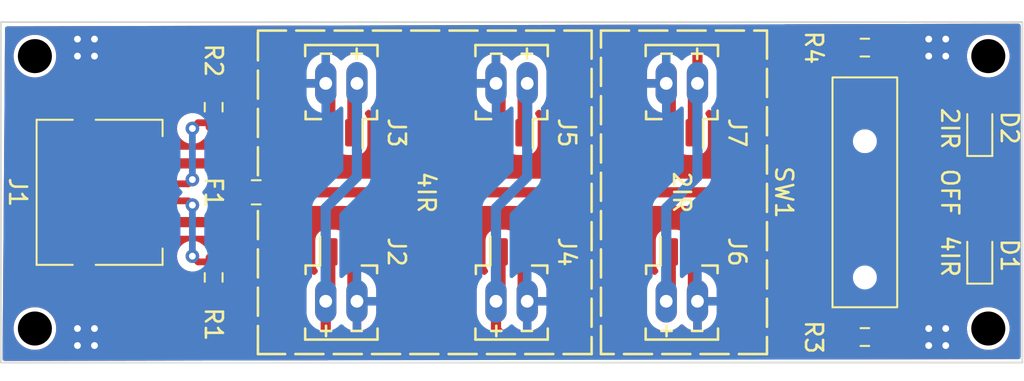
<source format=kicad_pcb>
(kicad_pcb (version 20240108) (generator "pcbnew") (generator_version "8.0")
  (layers (0 "F.Cu" signal) (31 "B.Cu" signal) (34 "B.Paste" user) (35 "F.Paste" user) (36 "B.SilkS" user "B.Silkscreen") (37 "F.SilkS" user "F.Silkscreen") (38 "B.Mask" user) (39 "F.Mask" user) (44 "Edge.Cuts" user))
  (net 0 "")
  (net 1 "GND")
  (net 2 "/CC1")
  (net 3 "/CC2")
  (net 4 "/VBUS")
  (net 5 "Power_postSwitch-4IR")
  (net 6 "/Power_postFuse")
  (net 7 "Power_postSwitch-2IR")
  (net 8 "Net-(D1-A)")
  (net 9 "Net-(D2-A)")
  (net 10 "unconnected-(SW1-Pad2)")
  (footprint "sensorstrip:Molex_Picoblade_53261-0271-Hybrid" (layer "F.Cu") (at 140 56.5)
    (property "Reference" "J7" (at 3.25 0 -90) (layer "F.SilkS"))
    (property "Value" "Conn_01x02_MountingPin")
    (fp_line (start -2.125 -4.5) (end -2.125 -5.15) (stroke (width 0.15)) (layer "F.SilkS"))
    (fp_line (start -2.1 -1.25) (end -2.1 -0.8) (stroke (width 0.15)) (layer "F.SilkS"))
    (fp_line (start -2.1 -0.8) (end -1.2 -0.8) (stroke (width 0.15)) (layer "F.SilkS"))
    (fp_line (start 1.25 -0.8) (end 1.25 0.9) (stroke (width 0.15)) (layer "F.SilkS"))
    (fp_line (start 2.1 -1.3) (end 2.1 -0.8) (stroke (width 0.15)) (layer "F.SilkS"))
    (fp_line (start 2.1 -0.8) (end 1.25 -0.8) (stroke (width 0.15)) (layer "F.SilkS"))
    (fp_line (start 2.125 -5.15) (end -2.125 -5.15) (stroke (width 0.15)) (layer "F.SilkS"))
    (fp_line (start 2.125 -4.5) (end 2.125 -5.15) (stroke (width 0.15)) (layer "F.SilkS"))
    (pad "1" smd custom (at 0.625 0) (size 0.8 0.8) (layers "F.Cu") (net 7 "Power_postSwitch-2IR") (options (clearance outline) (anchor circle)) (primitives (gr_poly (pts (xy -0.4 -0.68) (xy -0.390866 -0.725922) (xy -0.364853 -0.764853) (xy -0.325922 -0.790866) (xy -0.28 -0.8) (xy 0.28 -0.8) (xy 0.325922 -0.790866) (xy 0.364853 -0.764853) (xy 0.390866 -0.725922) (xy 0.4 -0.68) (xy 0.4 0.68) (xy 0.390866 0.725922) (xy 0.364853 0.764853) (xy 0.325922 0.790866) (xy 0.28 0.8) (xy -0.28 0.8) (xy -0.325922 0.790866) (xy -0.364853 0.764853) (xy -0.390866 0.725922) (xy -0.4 0.68)) (width 0) (fill yes)) (gr_poly (pts (xy -0.225 -0.75) (xy -0.225 -2) (xy 0.775 -2) (xy 0.175 -1.4) (xy 0.175 -0.75)) (width 0.1) (fill yes))))
    (pad "1" smd roundrect (at 0.625 0) (size 0.8 1.6) (layers "F.Cu" "F.Paste" "F.Mask") (roundrect_rratio 0.15) (net 7 "Power_postSwitch-2IR"))
    (pad "1" thru_hole oval (at 0.917 -2.9) (size 1.25 2.5) (drill 0.75) (layers "*.Cu" "*.Mask") (net 7 "Power_postSwitch-2IR"))
    (pad "2" thru_hole oval (at -0.917 -2.9) (size 1.25 2.5) (drill 0.75) (layers "*.Cu" "*.Mask") (net 1 "GND"))
    (pad "2" smd custom (at -0.625 0) (size 0.8 0.8) (layers "F.Cu") (net 1 "GND") (options (clearance outline) (anchor circle)) (primitives (gr_poly (pts (xy -0.4 -0.68) (xy -0.390866 -0.725922) (xy -0.364853 -0.764853) (xy -0.325922 -0.790866) (xy -0.28 -0.8) (xy 0.28 -0.8) (xy 0.325922 -0.790866) (xy 0.364853 -0.764853) (xy 0.390866 -0.725922) (xy 0.4 -0.68) (xy 0.4 0.68) (xy 0.390866 0.725922) (xy 0.364853 0.764853) (xy 0.325922 0.790866) (xy 0.28 0.8) (xy -0.28 0.8) (xy -0.325922 0.790866) (xy -0.364853 0.764853) (xy -0.390866 0.725922) (xy -0.4 0.68)) (width 0) (fill yes)) (gr_line (start 0.025 0) (end 0.225 0) (width 0.1)) (gr_poly (pts (xy 0.225 -0.75) (xy 0.225 -2) (xy -0.775 -2) (xy -0.175 -1.4) (xy -0.175 -0.75)) (width 0.1) (fill yes))))
    (pad "2" smd roundrect (at -0.625 0) (size 0.8 1.6) (layers "F.Cu" "F.Paste" "F.Mask") (roundrect_rratio 0.15) (net 1 "GND"))
    (pad "MP" smd roundrect (at -3.175 -2.9) (size 2.1 3) (layers "F.Cu" "F.Paste" "F.Mask") (roundrect_rratio 0.12) (net 1 "GND"))
    (pad "MP" smd roundrect (at 3.175 -2.9) (size 2.1 3) (layers "F.Cu" "F.Paste" "F.Mask") (roundrect_rratio 0.12) (net 1 "GND"))
  )
  (footprint "sensorstrip:Molex_Picoblade_53261-0271-Hybrid" (layer "F.Cu") (at 140 63.5 180)
    (property "Reference" "J6" (at -3.25 0 -90) (layer "F.SilkS"))
    (property "Value" "Conn_01x02_MountingPin")
    (fp_line (start 2.125 -4.5) (end 2.125 -5.15) (stroke (width 0.15)) (layer "F.SilkS"))
    (fp_line (start 2.125 -5.15) (end -2.125 -5.15) (stroke (width 0.15)) (layer "F.SilkS"))
    (fp_line (start 2.1 -0.8) (end 1.25 -0.8) (stroke (width 0.15)) (layer "F.SilkS"))
    (fp_line (start 2.1 -1.3) (end 2.1 -0.8) (stroke (width 0.15)) (layer "F.SilkS"))
    (fp_line (start 1.25 -0.8) (end 1.25 0.9) (stroke (width 0.15)) (layer "F.SilkS"))
    (fp_line (start -2.1 -0.8) (end -1.2 -0.8) (stroke (width 0.15)) (layer "F.SilkS"))
    (fp_line (start -2.1 -1.25) (end -2.1 -0.8) (stroke (width 0.15)) (layer "F.SilkS"))
    (fp_line (start -2.125 -4.5) (end -2.125 -5.15) (stroke (width 0.15)) (layer "F.SilkS"))
    (pad "1" smd custom (at 0.625 0 180) (size 0.8 0.8) (layers "F.Cu") (net 7 "Power_postSwitch-2IR") (options (clearance outline) (anchor circle)) (primitives (gr_poly (pts (xy -0.4 -0.68) (xy -0.390866 -0.725922) (xy -0.364853 -0.764853) (xy -0.325922 -0.790866) (xy -0.28 -0.8) (xy 0.28 -0.8) (xy 0.325922 -0.790866) (xy 0.364853 -0.764853) (xy 0.390866 -0.725922) (xy 0.4 -0.68) (xy 0.4 0.68) (xy 0.390866 0.725922) (xy 0.364853 0.764853) (xy 0.325922 0.790866) (xy 0.28 0.8) (xy -0.28 0.8) (xy -0.325922 0.790866) (xy -0.364853 0.764853) (xy -0.390866 0.725922) (xy -0.4 0.68)) (width 0) (fill yes)) (gr_poly (pts (xy -0.225 -0.75) (xy -0.225 -2) (xy 0.775 -2) (xy 0.175 -1.4) (xy 0.175 -0.75)) (width 0.1) (fill yes))))
    (pad "1" smd roundrect (at 0.625 0 180) (size 0.8 1.6) (layers "F.Cu" "F.Paste" "F.Mask") (roundrect_rratio 0.15) (net 7 "Power_postSwitch-2IR"))
    (pad "1" thru_hole oval (at 0.917 -2.9 180) (size 1.25 2.5) (drill 0.75) (layers "*.Cu" "*.Mask") (net 7 "Power_postSwitch-2IR"))
    (pad "2" thru_hole oval (at -0.917 -2.9 180) (size 1.25 2.5) (drill 0.75) (layers "*.Cu" "*.Mask") (net 1 "GND"))
    (pad "2" smd custom (at -0.625 0 180) (size 0.8 0.8) (layers "F.Cu") (net 1 "GND") (options (clearance outline) (anchor circle)) (primitives (gr_poly (pts (xy -0.4 -0.68) (xy -0.390866 -0.725922) (xy -0.364853 -0.764853) (xy -0.325922 -0.790866) (xy -0.28 -0.8) (xy 0.28 -0.8) (xy 0.325922 -0.790866) (xy 0.364853 -0.764853) (xy 0.390866 -0.725922) (xy 0.4 -0.68) (xy 0.4 0.68) (xy 0.390866 0.725922) (xy 0.364853 0.764853) (xy 0.325922 0.790866) (xy 0.28 0.8) (xy -0.28 0.8) (xy -0.325922 0.790866) (xy -0.364853 0.764853) (xy -0.390866 0.725922) (xy -0.4 0.68)) (width 0) (fill yes)) (gr_line (start 0.025 0) (end 0.225 0) (width 0.1)) (gr_poly (pts (xy 0.225 -0.75) (xy 0.225 -2) (xy -0.775 -2) (xy -0.175 -1.4) (xy -0.175 -0.75)) (width 0.1) (fill yes))))
    (pad "2" smd roundrect (at -0.625 0 180) (size 0.8 1.6) (layers "F.Cu" "F.Paste" "F.Mask") (roundrect_rratio 0.15) (net 1 "GND"))
    (pad "MP" smd roundrect (at -3.175 -2.9 180) (size 2.1 3) (layers "F.Cu" "F.Paste" "F.Mask") (roundrect_rratio 0.12) (net 1 "GND"))
    (pad "MP" smd roundrect (at 3.175 -2.9 180) (size 2.1 3) (layers "F.Cu" "F.Paste" "F.Mask") (roundrect_rratio 0.12) (net 1 "GND"))
  )
  (footprint "sensorstrip:Molex_Picoblade_53261-0271-Hybrid" (layer "F.Cu") (at 120 56.5)
    (property "Reference" "J3" (at 3.25 0 -90) (layer "F.SilkS"))
    (property "Value" "Conn_01x02_MountingPin")
    (fp_line (start -2.125 -4.5) (end -2.125 -5.15) (stroke (width 0.15)) (layer "F.SilkS"))
    (fp_line (start -2.1 -1.25) (end -2.1 -0.8) (stroke (width 0.15)) (layer "F.SilkS"))
    (fp_line (start -2.1 -0.8) (end -1.2 -0.8) (stroke (width 0.15)) (layer "F.SilkS"))
    (fp_line (start 1.25 -0.8) (end 1.25 0.9) (stroke (width 0.15)) (layer "F.SilkS"))
    (fp_line (start 2.1 -1.3) (end 2.1 -0.8) (stroke (width 0.15)) (layer "F.SilkS"))
    (fp_line (start 2.1 -0.8) (end 1.25 -0.8) (stroke (width 0.15)) (layer "F.SilkS"))
    (fp_line (start 2.125 -5.15) (end -2.125 -5.15) (stroke (width 0.15)) (layer "F.SilkS"))
    (fp_line (start 2.125 -4.5) (end 2.125 -5.15) (stroke (width 0.15)) (layer "F.SilkS"))
    (pad "1" smd custom (at 0.625 0) (size 0.8 0.8) (layers "F.Cu") (net 5 "Power_postSwitch-4IR") (options (clearance outline) (anchor circle)) (primitives (gr_poly (pts (xy -0.4 -0.68) (xy -0.390866 -0.725922) (xy -0.364853 -0.764853) (xy -0.325922 -0.790866) (xy -0.28 -0.8) (xy 0.28 -0.8) (xy 0.325922 -0.790866) (xy 0.364853 -0.764853) (xy 0.390866 -0.725922) (xy 0.4 -0.68) (xy 0.4 0.68) (xy 0.390866 0.725922) (xy 0.364853 0.764853) (xy 0.325922 0.790866) (xy 0.28 0.8) (xy -0.28 0.8) (xy -0.325922 0.790866) (xy -0.364853 0.764853) (xy -0.390866 0.725922) (xy -0.4 0.68)) (width 0) (fill yes)) (gr_poly (pts (xy -0.225 -0.75) (xy -0.225 -2) (xy 0.775 -2) (xy 0.175 -1.4) (xy 0.175 -0.75)) (width 0.1) (fill yes))))
    (pad "1" smd roundrect (at 0.625 0) (size 0.8 1.6) (layers "F.Cu" "F.Paste" "F.Mask") (roundrect_rratio 0.15) (net 5 "Power_postSwitch-4IR"))
    (pad "1" thru_hole oval (at 0.917 -2.9) (size 1.25 2.5) (drill 0.75) (layers "*.Cu" "*.Mask") (net 5 "Power_postSwitch-4IR"))
    (pad "2" thru_hole oval (at -0.917 -2.9) (size 1.25 2.5) (drill 0.75) (layers "*.Cu" "*.Mask") (net 1 "GND"))
    (pad "2" smd custom (at -0.625 0) (size 0.8 0.8) (layers "F.Cu") (net 1 "GND") (options (clearance outline) (anchor circle)) (primitives (gr_poly (pts (xy -0.4 -0.68) (xy -0.390866 -0.725922) (xy -0.364853 -0.764853) (xy -0.325922 -0.790866) (xy -0.28 -0.8) (xy 0.28 -0.8) (xy 0.325922 -0.790866) (xy 0.364853 -0.764853) (xy 0.390866 -0.725922) (xy 0.4 -0.68) (xy 0.4 0.68) (xy 0.390866 0.725922) (xy 0.364853 0.764853) (xy 0.325922 0.790866) (xy 0.28 0.8) (xy -0.28 0.8) (xy -0.325922 0.790866) (xy -0.364853 0.764853) (xy -0.390866 0.725922) (xy -0.4 0.68)) (width 0) (fill yes)) (gr_line (start 0.025 0) (end 0.225 0) (width 0.1)) (gr_poly (pts (xy 0.225 -0.75) (xy 0.225 -2) (xy -0.775 -2) (xy -0.175 -1.4) (xy -0.175 -0.75)) (width 0.1) (fill yes))))
    (pad "2" smd roundrect (at -0.625 0) (size 0.8 1.6) (layers "F.Cu" "F.Paste" "F.Mask") (roundrect_rratio 0.15) (net 1 "GND"))
    (pad "MP" smd roundrect (at -3.175 -2.9) (size 2.1 3) (layers "F.Cu" "F.Paste" "F.Mask") (roundrect_rratio 0.12) (net 1 "GND"))
    (pad "MP" smd roundrect (at 3.175 -2.9) (size 2.1 3) (layers "F.Cu" "F.Paste" "F.Mask") (roundrect_rratio 0.12) (net 1 "GND"))
  )
  (footprint "Fuse:Fuse_0805_2012Metric_Pad1.15x1.40mm_HandSolder" (layer "F.Cu") (at 115 60)
    (property "Reference" "F1" (at -2.5 0 -90) (layer "F.SilkS"))
    (property "Value" "Polyfuse")
    (fp_line (start -0.261252 -0.71) (end 0.261252 -0.71) (stroke (width 0.12)) (layer "F.SilkS"))
    (fp_line (start -0.261252 0.71) (end 0.261252 0.71) (stroke (width 0.12)) (layer "F.SilkS"))
    (pad "1" smd roundrect (at -1.025 0) (size 1.15 1.4) (layers "F.Cu" "F.Paste" "F.Mask") (roundrect_rratio 0.2173913043) (net 4 "/VBUS"))
    (pad "2" smd roundrect (at 1.025 0) (size 1.15 1.4) (layers "F.Cu" "F.Paste" "F.Mask") (roundrect_rratio 0.2173913043) (net 6 "/Power_postFuse"))
  )
  (footprint "sensorstrip:K3-2336S-F1" (layer "F.Cu") (at 150.75 60 90)
    (property "Reference" "SW1" (at 0 -4.75 -90) (layer "F.SilkS"))
    (property "Value" "SW_DP3T")
    (fp_rect (start -6.75 -1.9) (end 6.75 1.9) (stroke (width 0.12)) (fill none) (layer "F.SilkS"))
    (pad "" np_thru_hole circle (at -5 0 180) (size 0.9 0.9) (drill 0.9) (layers "F&B.Cu" "*.Mask"))
    (pad "" np_thru_hole circle (at 3 0 180) (size 0.9 0.9) (drill 0.9) (layers "F&B.Cu" "*.Mask"))
    (pad "1" smd roundrect (at 4 -2.875) (size 1.75 1.2) (layers "F.Cu" "F.Paste" "F.Mask") (net 7 "Power_postSwitch-2IR"))
    (pad "2" smd roundrect (at 2 -2.875) (size 1.75 1.2) (layers "F.Cu" "F.Paste" "F.Mask") (net 10 "unconnected-(SW1-Pad2)"))
    (pad "3" smd roundrect (at -2 -2.875 180) (size 1.75 1.2) (layers "F.Cu" "F.Paste" "F.Mask") (net 6 "/Power_postFuse"))
    (pad "4" smd roundrect (at -4 -2.875 180) (size 1.75 1.2) (layers "F.Cu" "F.Paste" "F.Mask") (net 5 "Power_postSwitch-4IR"))
    (pad "5" smd roundrect (at 4 2.875) (size 1.75 1.2) (layers "F.Cu" "F.Paste" "F.Mask") (net 7 "Power_postSwitch-2IR"))
    (pad "6" smd roundrect (at 2 2.875) (size 1.75 1.2) (layers "F.Cu" "F.Paste" "F.Mask") (net 10 "unconnected-(SW1-Pad2)"))
    (pad "7" smd roundrect (at -2 2.875 180) (size 1.75 1.2) (layers "F.Cu" "F.Paste" "F.Mask") (net 6 "/Power_postFuse"))
    (pad "8" smd roundrect (at -4 2.875 180) (size 1.75 1.2) (layers "F.Cu" "F.Paste" "F.Mask") (net 5 "Power_postSwitch-4IR"))
  )
  (footprint "Resistor_SMD:R_0603_1608Metric_Pad0.98x0.95mm_HandSolder" (layer "F.Cu") (at 112.5 65 90)
    (property "Reference" "R1" (at -2.75 0 -90) (layer "F.SilkS"))
    (property "Value" "5.1K")
    (fp_line (start -0.254724 -0.5225) (end 0.254724 -0.5225) (stroke (width 0.12)) (layer "F.SilkS"))
    (fp_line (start -0.254724 0.5225) (end 0.254724 0.5225) (stroke (width 0.12)) (layer "F.SilkS"))
    (pad "1" smd roundrect (at -0.9125 0 90) (size 0.975 0.95) (layers "F.Cu" "F.Paste" "F.Mask") (net 1 "GND"))
    (pad "2" smd roundrect (at 0.9125 0 90) (size 0.975 0.95) (layers "F.Cu" "F.Paste" "F.Mask") (net 3 "/CC2"))
  )
  (footprint "LED_SMD:LED_0603_1608Metric_Pad1.05x0.95mm_HandSolder" (layer "F.Cu") (at 157.5 63.705 90)
    (property "Reference" "D1" (at 0 1.75 270) (layer "F.SilkS"))
    (property "Value" "LED")
    (fp_line (start 0.8 -0.735) (end -1.66 -0.735) (stroke (width 0.12)) (layer "F.SilkS"))
    (fp_line (start -1.66 -0.735) (end -1.66 0.735) (stroke (width 0.12)) (layer "F.SilkS"))
    (fp_line (start -1.66 0.735) (end 0.8 0.735) (stroke (width 0.12)) (layer "F.SilkS"))
    (pad "1" smd roundrect (at -0.875 0 90) (size 1.05 0.95) (layers "F.Cu" "F.Paste" "F.Mask") (net 1 "GND"))
    (pad "2" smd roundrect (at 0.875 0 90) (size 1.05 0.95) (layers "F.Cu" "F.Paste" "F.Mask") (net 8 "Net-(D1-A)"))
  )
  (footprint "sensorstrip:Molex_Picoblade_53261-0271-Hybrid" (layer "F.Cu") (at 120 63.5 180)
    (property "Reference" "J2" (at -3.25 0 -90) (layer "F.SilkS"))
    (property "Value" "Conn_01x02_MountingPin")
    (fp_line (start 2.125 -4.5) (end 2.125 -5.15) (stroke (width 0.15)) (layer "F.SilkS"))
    (fp_line (start 2.125 -5.15) (end -2.125 -5.15) (stroke (width 0.15)) (layer "F.SilkS"))
    (fp_line (start 2.1 -0.8) (end 1.25 -0.8) (stroke (width 0.15)) (layer "F.SilkS"))
    (fp_line (start 2.1 -1.3) (end 2.1 -0.8) (stroke (width 0.15)) (layer "F.SilkS"))
    (fp_line (start 1.25 -0.8) (end 1.25 0.9) (stroke (width 0.15)) (layer "F.SilkS"))
    (fp_line (start -2.1 -0.8) (end -1.2 -0.8) (stroke (width 0.15)) (layer "F.SilkS"))
    (fp_line (start -2.1 -1.25) (end -2.1 -0.8) (stroke (width 0.15)) (layer "F.SilkS"))
    (fp_line (start -2.125 -4.5) (end -2.125 -5.15) (stroke (width 0.15)) (layer "F.SilkS"))
    (pad "1" smd custom (at 0.625 0 180) (size 0.8 0.8) (layers "F.Cu") (net 5 "Power_postSwitch-4IR") (options (clearance outline) (anchor circle)) (primitives (gr_poly (pts (xy -0.4 -0.68) (xy -0.390866 -0.725922) (xy -0.364853 -0.764853) (xy -0.325922 -0.790866) (xy -0.28 -0.8) (xy 0.28 -0.8) (xy 0.325922 -0.790866) (xy 0.364853 -0.764853) (xy 0.390866 -0.725922) (xy 0.4 -0.68) (xy 0.4 0.68) (xy 0.390866 0.725922) (xy 0.364853 0.764853) (xy 0.325922 0.790866) (xy 0.28 0.8) (xy -0.28 0.8) (xy -0.325922 0.790866) (xy -0.364853 0.764853) (xy -0.390866 0.725922) (xy -0.4 0.68)) (width 0) (fill yes)) (gr_poly (pts (xy -0.225 -0.75) (xy -0.225 -2) (xy 0.775 -2) (xy 0.175 -1.4) (xy 0.175 -0.75)) (width 0.1) (fill yes))))
    (pad "1" smd roundrect (at 0.625 0 180) (size 0.8 1.6) (layers "F.Cu" "F.Paste" "F.Mask") (roundrect_rratio 0.15) (net 5 "Power_postSwitch-4IR"))
    (pad "1" thru_hole oval (at 0.917 -2.9 180) (size 1.25 2.5) (drill 0.75) (layers "*.Cu" "*.Mask") (net 5 "Power_postSwitch-4IR"))
    (pad "2" thru_hole oval (at -0.917 -2.9 180) (size 1.25 2.5) (drill 0.75) (layers "*.Cu" "*.Mask") (net 1 "GND"))
    (pad "2" smd custom (at -0.625 0 180) (size 0.8 0.8) (layers "F.Cu") (net 1 "GND") (options (clearance outline) (anchor circle)) (primitives (gr_poly (pts (xy -0.4 -0.68) (xy -0.390866 -0.725922) (xy -0.364853 -0.764853) (xy -0.325922 -0.790866) (xy -0.28 -0.8) (xy 0.28 -0.8) (xy 0.325922 -0.790866) (xy 0.364853 -0.764853) (xy 0.390866 -0.725922) (xy 0.4 -0.68) (xy 0.4 0.68) (xy 0.390866 0.725922) (xy 0.364853 0.764853) (xy 0.325922 0.790866) (xy 0.28 0.8) (xy -0.28 0.8) (xy -0.325922 0.790866) (xy -0.364853 0.764853) (xy -0.390866 0.725922) (xy -0.4 0.68)) (width 0) (fill yes)) (gr_line (start 0.025 0) (end 0.225 0) (width 0.1)) (gr_poly (pts (xy 0.225 -0.75) (xy 0.225 -2) (xy -0.775 -2) (xy -0.175 -1.4) (xy -0.175 -0.75)) (width 0.1) (fill yes))))
    (pad "2" smd roundrect (at -0.625 0 180) (size 0.8 1.6) (layers "F.Cu" "F.Paste" "F.Mask") (roundrect_rratio 0.15) (net 1 "GND"))
    (pad "MP" smd roundrect (at -3.175 -2.9 180) (size 2.1 3) (layers "F.Cu" "F.Paste" "F.Mask") (roundrect_rratio 0.12) (net 1 "GND"))
    (pad "MP" smd roundrect (at 3.175 -2.9 180) (size 2.1 3) (layers "F.Cu" "F.Paste" "F.Mask") (roundrect_rratio 0.12) (net 1 "GND"))
  )
  (footprint "LED_SMD:LED_0603_1608Metric_Pad1.05x0.95mm_HandSolder" (layer "F.Cu") (at 157.5 56.205 90)
    (property "Reference" "D2" (at 0 1.75 270) (layer "F.SilkS"))
    (property "Value" "LED")
    (fp_line (start 0.8 -0.735) (end -1.66 -0.735) (stroke (width 0.12)) (layer "F.SilkS"))
    (fp_line (start -1.66 -0.735) (end -1.66 0.735) (stroke (width 0.12)) (layer "F.SilkS"))
    (fp_line (start -1.66 0.735) (end 0.8 0.735) (stroke (width 0.12)) (layer "F.SilkS"))
    (pad "1" smd roundrect (at -0.875 0 90) (size 1.05 0.95) (layers "F.Cu" "F.Paste" "F.Mask") (net 1 "GND"))
    (pad "2" smd roundrect (at 0.875 0 90) (size 1.05 0.95) (layers "F.Cu" "F.Paste" "F.Mask") (net 9 "Net-(D2-A)"))
  )
  (footprint "Resistor_SMD:R_0603_1608Metric_Pad0.98x0.95mm_HandSolder" (layer "F.Cu") (at 150.75 68.5 180)
    (property "Reference" "R3" (at 3 0 -90) (layer "F.SilkS"))
    (property "Value" "1K")
    (fp_line (start -0.254724 0.5225) (end 0.254724 0.5225) (stroke (width 0.12)) (layer "F.SilkS"))
    (fp_line (start -0.254724 -0.5225) (end 0.254724 -0.5225) (stroke (width 0.12)) (layer "F.SilkS"))
    (pad "1" smd roundrect (at -0.9125 0 180) (size 0.975 0.95) (layers "F.Cu" "F.Paste" "F.Mask") (net 8 "Net-(D1-A)"))
    (pad "2" smd roundrect (at 0.9125 0 180) (size 0.975 0.95) (layers "F.Cu" "F.Paste" "F.Mask") (net 5 "Power_postSwitch-4IR"))
  )
  (footprint "sensorstrip:MountingHole-2mm-NPTH" (layer "F.Cu") (at 158 68)
    (property "Reference" "REF**" (hide yes))
    (property "Value" "MountingHole-2mm-NPTH" (hide yes))
    (pad "" np_thru_hole circle (at 0 0) (size 3 3) (drill 2) (layers "*.Mask"))
  )
  (footprint "sensorstrip:MountingHole-2mm-NPTH" (layer "F.Cu") (at 158 52)
    (property "Reference" "REF**" (hide yes))
    (property "Value" "MountingHole-2mm-NPTH" (hide yes))
    (pad "" np_thru_hole circle (at 0 0) (size 3 3) (drill 2) (layers "*.Mask"))
  )
  (footprint "sensorstrip:DEALON USB Type-C 6Pin" (layer "F.Cu") (at 109 60 -90)
    (property "Reference" "J1" (at 0 8 -90) (layer "F.SilkS"))
    (property "Value" "USB_C_Receptacle_PowerOnly")
    (fp_line (start -4.26 6.9) (end 4.26 6.9) (stroke (width 0.12)) (layer "F.SilkS"))
    (fp_line (start -4.26 4.78) (end -4.26 6.9) (stroke (width 0.12)) (layer "F.SilkS"))
    (fp_line (start 4.26 4.78) (end 4.26 6.9) (stroke (width 0.12)) (layer "F.SilkS"))
    (fp_line (start 4.26 3.43) (end 4.26 -0.5) (stroke (width 0.12)) (layer "F.SilkS"))
    (fp_line (start -4.26 -0.5) (end -4.26 3.43) (stroke (width 0.12)) (layer "F.SilkS"))
    (fp_line (start -3.3 -0.5) (end -4.25 -0.5) (stroke (width 0.12)) (layer "F.SilkS"))
    (fp_line (start 4.26 -0.5) (end 3.3 -0.5) (stroke (width 0.12)) (layer "F.SilkS"))
    (pad "A5" smd rect (at -0.5 0 270) (size 0.7 1) (layers "F.Cu" "F.Paste" "F.Mask") (net 2 "/CC1"))
    (pad "A9" smd rect (at 1.52 0 270) (size 0.8 1) (layers "F.Cu" "F.Paste" "F.Mask") (net 4 "/VBUS"))
    (pad "A12" smd rect (at 2.75 0 270) (size 0.9 1) (layers "F.Cu" "F.Paste" "F.Mask") (net 1 "GND"))
    (pad "B5" smd rect (at 0.5 0 270) (size 0.7 1) (layers "F.Cu" "F.Paste" "F.Mask") (net 3 "/CC2"))
    (pad "B9" smd rect (at -1.52 0 270) (size 0.8 1) (layers "F.Cu" "F.Paste" "F.Mask") (net 4 "/VBUS"))
    (pad "B12" smd rect (at -2.75 0 270) (size 0.9 1) (layers "F.Cu" "F.Paste" "F.Mask") (net 1 "GND"))
    (pad "S1" smd rect (at -5.42 4.1 270) (size 2.4 1.2) (layers "F.Cu" "F.Paste" "F.Mask") (net 1 "GND"))
    (pad "S1" smd rect (at -5.32 0.5 270) (size 2 1) (layers "F.Cu" "F.Paste" "F.Mask") (net 1 "GND"))
    (pad "S1" smd rect (at 5.32 0.5 270) (size 2 1) (layers "F.Cu" "F.Paste" "F.Mask") (net 1 "GND"))
    (pad "S1" smd rect (at 5.42 4.1 270) (size 2.4 1.2) (layers "F.Cu" "F.Paste" "F.Mask") (net 1 "GND"))
  )
  (footprint "Resistor_SMD:R_0603_1608Metric_Pad0.98x0.95mm_HandSolder" (layer "F.Cu") (at 112.5 55 -90)
    (property "Reference" "R2" (at -2.75 0 -90) (layer "F.SilkS"))
    (property "Value" "5.1K")
    (fp_line (start -0.254724 0.5225) (end 0.254724 0.5225) (stroke (width 0.12)) (layer "F.SilkS"))
    (fp_line (start -0.254724 -0.5225) (end 0.254724 -0.5225) (stroke (width 0.12)) (layer "F.SilkS"))
    (pad "1" smd roundrect (at -0.9125 0 270) (size 0.975 0.95) (layers "F.Cu" "F.Paste" "F.Mask") (net 1 "GND"))
    (pad "2" smd roundrect (at 0.9125 0 270) (size 0.975 0.95) (layers "F.Cu" "F.Paste" "F.Mask") (net 2 "/CC1"))
  )
  (footprint "sensorstrip:Molex_Picoblade_53261-0271-Hybrid" (layer "F.Cu") (at 130 63.5 180)
    (property "Reference" "J4" (at -3.25 0 -90) (layer "F.SilkS"))
    (property "Value" "Conn_01x02_MountingPin")
    (fp_line (start 2.125 -4.5) (end 2.125 -5.15) (stroke (width 0.15)) (layer "F.SilkS"))
    (fp_line (start 2.125 -5.15) (end -2.125 -5.15) (stroke (width 0.15)) (layer "F.SilkS"))
    (fp_line (start 2.1 -0.8) (end 1.25 -0.8) (stroke (width 0.15)) (layer "F.SilkS"))
    (fp_line (start 2.1 -1.3) (end 2.1 -0.8) (stroke (width 0.15)) (layer "F.SilkS"))
    (fp_line (start 1.25 -0.8) (end 1.25 0.9) (stroke (width 0.15)) (layer "F.SilkS"))
    (fp_line (start -2.1 -0.8) (end -1.2 -0.8) (stroke (width 0.15)) (layer "F.SilkS"))
    (fp_line (start -2.1 -1.25) (end -2.1 -0.8) (stroke (width 0.15)) (layer "F.SilkS"))
    (fp_line (start -2.125 -4.5) (end -2.125 -5.15) (stroke (width 0.15)) (layer "F.SilkS"))
    (pad "1" smd custom (at 0.625 0 180) (size 0.8 0.8) (layers "F.Cu") (net 5 "Power_postSwitch-4IR") (options (clearance outline) (anchor circle)) (primitives (gr_poly (pts (xy -0.4 -0.68) (xy -0.390866 -0.725922) (xy -0.364853 -0.764853) (xy -0.325922 -0.790866) (xy -0.28 -0.8) (xy 0.28 -0.8) (xy 0.325922 -0.790866) (xy 0.364853 -0.764853) (xy 0.390866 -0.725922) (xy 0.4 -0.68) (xy 0.4 0.68) (xy 0.390866 0.725922) (xy 0.364853 0.764853) (xy 0.325922 0.790866) (xy 0.28 0.8) (xy -0.28 0.8) (xy -0.325922 0.790866) (xy -0.364853 0.764853) (xy -0.390866 0.725922) (xy -0.4 0.68)) (width 0) (fill yes)) (gr_poly (pts (xy -0.225 -0.75) (xy -0.225 -2) (xy 0.775 -2) (xy 0.175 -1.4) (xy 0.175 -0.75)) (width 0.1) (fill yes))))
    (pad "1" smd roundrect (at 0.625 0 180) (size 0.8 1.6) (layers "F.Cu" "F.Paste" "F.Mask") (roundrect_rratio 0.15) (net 5 "Power_postSwitch-4IR"))
    (pad "1" thru_hole oval (at 0.917 -2.9 180) (size 1.25 2.5) (drill 0.75) (layers "*.Cu" "*.Mask") (net 5 "Power_postSwitch-4IR"))
    (pad "2" thru_hole oval (at -0.917 -2.9 180) (size 1.25 2.5) (drill 0.75) (layers "*.Cu" "*.Mask") (net 1 "GND"))
    (pad "2" smd custom (at -0.625 0 180) (size 0.8 0.8) (layers "F.Cu") (net 1 "GND") (options (clearance outline) (anchor circle)) (primitives (gr_poly (pts (xy -0.4 -0.68) (xy -0.390866 -0.725922) (xy -0.364853 -0.764853) (xy -0.325922 -0.790866) (xy -0.28 -0.8) (xy 0.28 -0.8) (xy 0.325922 -0.790866) (xy 0.364853 -0.764853) (xy 0.390866 -0.725922) (xy 0.4 -0.68) (xy 0.4 0.68) (xy 0.390866 0.725922) (xy 0.364853 0.764853) (xy 0.325922 0.790866) (xy 0.28 0.8) (xy -0.28 0.8) (xy -0.325922 0.790866) (xy -0.364853 0.764853) (xy -0.390866 0.725922) (xy -0.4 0.68)) (width 0) (fill yes)) (gr_line (start 0.025 0) (end 0.225 0) (width 0.1)) (gr_poly (pts (xy 0.225 -0.75) (xy 0.225 -2) (xy -0.775 -2) (xy -0.175 -1.4) (xy -0.175 -0.75)) (width 0.1) (fill yes))))
    (pad "2" smd roundrect (at -0.625 0 180) (size 0.8 1.6) (layers "F.Cu" "F.Paste" "F.Mask") (roundrect_rratio 0.15) (net 1 "GND"))
    (pad "MP" smd roundrect (at -3.175 -2.9 180) (size 2.1 3) (layers "F.Cu" "F.Paste" "F.Mask") (roundrect_rratio 0.12) (net 1 "GND"))
    (pad "MP" smd roundrect (at 3.175 -2.9 180) (size 2.1 3) (layers "F.Cu" "F.Paste" "F.Mask") (roundrect_rratio 0.12) (net 1 "GND"))
  )
  (footprint "sensorstrip:MountingHole-2mm-NPTH" (layer "F.Cu") (at 102 52)
    (property "Reference" "REF**" (hide yes))
    (property "Value" "MountingHole-2mm-NPTH" (hide yes))
    (pad "" np_thru_hole circle (at 0 0) (size 3 3) (drill 2) (layers "*.Mask"))
  )
  (footprint "Resistor_SMD:R_0603_1608Metric_Pad0.98x0.95mm_HandSolder" (layer "F.Cu") (at 150.75 51.5 180)
    (property "Reference" "R4" (at 3 0 -90) (layer "F.SilkS"))
    (property "Value" "1K")
    (fp_line (start -0.254724 0.5225) (end 0.254724 0.5225) (stroke (width 0.12)) (layer "F.SilkS"))
    (fp_line (start -0.254724 -0.5225) (end 0.254724 -0.5225) (stroke (width 0.12)) (layer "F.SilkS"))
    (pad "1" smd roundrect (at -0.9125 0 180) (size 0.975 0.95) (layers "F.Cu" "F.Paste" "F.Mask") (net 9 "Net-(D2-A)"))
    (pad "2" smd roundrect (at 0.9125 0 180) (size 0.975 0.95) (layers "F.Cu" "F.Paste" "F.Mask") (net 7 "Power_postSwitch-2IR"))
  )
  (footprint "sensorstrip:Molex_Picoblade_53261-0271-Hybrid" (layer "F.Cu") (at 130 56.5)
    (property "Reference" "J5" (at 3.25 0 -90) (layer "F.SilkS"))
    (property "Value" "Conn_01x02_MountingPin")
    (fp_line (start -2.125 -4.5) (end -2.125 -5.15) (stroke (width 0.15)) (layer "F.SilkS"))
    (fp_line (start -2.1 -1.25) (end -2.1 -0.8) (stroke (width 0.15)) (layer "F.SilkS"))
    (fp_line (start -2.1 -0.8) (end -1.2 -0.8) (stroke (width 0.15)) (layer "F.SilkS"))
    (fp_line (start 1.25 -0.8) (end 1.25 0.9) (stroke (width 0.15)) (layer "F.SilkS"))
    (fp_line (start 2.1 -1.3) (end 2.1 -0.8) (stroke (width 0.15)) (layer "F.SilkS"))
    (fp_line (start 2.1 -0.8) (end 1.25 -0.8) (stroke (width 0.15)) (layer "F.SilkS"))
    (fp_line (start 2.125 -5.15) (end -2.125 -5.15) (stroke (width 0.15)) (layer "F.SilkS"))
    (fp_line (start 2.125 -4.5) (end 2.125 -5.15) (stroke (width 0.15)) (layer "F.SilkS"))
    (pad "1" smd custom (at 0.625 0) (size 0.8 0.8) (layers "F.Cu") (net 5 "Power_postSwitch-4IR") (options (clearance outline) (anchor circle)) (primitives (gr_poly (pts (xy -0.4 -0.68) (xy -0.390866 -0.725922) (xy -0.364853 -0.764853) (xy -0.325922 -0.790866) (xy -0.28 -0.8) (xy 0.28 -0.8) (xy 0.325922 -0.790866) (xy 0.364853 -0.764853) (xy 0.390866 -0.725922) (xy 0.4 -0.68) (xy 0.4 0.68) (xy 0.390866 0.725922) (xy 0.364853 0.764853) (xy 0.325922 0.790866) (xy 0.28 0.8) (xy -0.28 0.8) (xy -0.325922 0.790866) (xy -0.364853 0.764853) (xy -0.390866 0.725922) (xy -0.4 0.68)) (width 0) (fill yes)) (gr_poly (pts (xy -0.225 -0.75) (xy -0.225 -2) (xy 0.775 -2) (xy 0.175 -1.4) (xy 0.175 -0.75)) (width 0.1) (fill yes))))
    (pad "1" smd roundrect (at 0.625 0) (size 0.8 1.6) (layers "F.Cu" "F.Paste" "F.Mask") (roundrect_rratio 0.15) (net 5 "Power_postSwitch-4IR"))
    (pad "1" thru_hole oval (at 0.917 -2.9) (size 1.25 2.5) (drill 0.75) (layers "*.Cu" "*.Mask") (net 5 "Power_postSwitch-4IR"))
    (pad "2" thru_hole oval (at -0.917 -2.9) (size 1.25 2.5) (drill 0.75) (layers "*.Cu" "*.Mask") (net 1 "GND"))
    (pad "2" smd custom (at -0.625 0) (size 0.8 0.8) (layers "F.Cu") (net 1 "GND") (options (clearance outline) (anchor circle)) (primitives (gr_poly (pts (xy -0.4 -0.68) (xy -0.390866 -0.725922) (xy -0.364853 -0.764853) (xy -0.325922 -0.790866) (xy -0.28 -0.8) (xy 0.28 -0.8) (xy 0.325922 -0.790866) (xy 0.364853 -0.764853) (xy 0.390866 -0.725922) (xy 0.4 -0.68) (xy 0.4 0.68) (xy 0.390866 0.725922) (xy 0.364853 0.764853) (xy 0.325922 0.790866) (xy 0.28 0.8) (xy -0.28 0.8) (xy -0.325922 0.790866) (xy -0.364853 0.764853) (xy -0.390866 0.725922) (xy -0.4 0.68)) (width 0) (fill yes)) (gr_line (start 0.025 0) (end 0.225 0) (width 0.1)) (gr_poly (pts (xy 0.225 -0.75) (xy 0.225 -2) (xy -0.775 -2) (xy -0.175 -1.4) (xy -0.175 -0.75)) (width 0.1) (fill yes))))
    (pad "2" smd roundrect (at -0.625 0) (size 0.8 1.6) (layers "F.Cu" "F.Paste" "F.Mask") (roundrect_rratio 0.15) (net 1 "GND"))
    (pad "MP" smd roundrect (at -3.175 -2.9) (size 2.1 3) (layers "F.Cu" "F.Paste" "F.Mask") (roundrect_rratio 0.12) (net 1 "GND"))
    (pad "MP" smd roundrect (at 3.175 -2.9) (size 2.1 3) (layers "F.Cu" "F.Paste" "F.Mask") (roundrect_rratio 0.12) (net 1 "GND"))
  )
  (footprint "sensorstrip:MountingHole-2mm-NPTH" (layer "F.Cu") (at 102 68)
    (property "Reference" "REF**" (hide yes))
    (property "Value" "MountingHole-2mm-NPTH" (hide yes))
    (pad "" np_thru_hole circle (at 0 0) (size 3 3) (drill 2) (layers "*.Mask"))
  )
  (gr_line (start 115.1 50.5) (end 134.7 50.5) (stroke (width 0.15) (type dash)) (layer "F.SilkS"))
  (gr_line (start 115.1 59) (end 115.1 50.5) (stroke (width 0.15) (type dash)) (layer "F.SilkS"))
  (gr_line (start 115.1 69.5) (end 115.1 61) (stroke (width 0.15) (type dash)) (layer "F.SilkS"))
  (gr_line (start 134.7 50.5) (end 134.7 69.5) (stroke (width 0.15) (type dash)) (layer "F.SilkS"))
  (gr_line (start 134.7 69.5) (end 115.1 69.5) (stroke (width 0.15) (type dash)) (layer "F.SilkS"))
  (gr_rect (start 135.25 50.5) (end 145 69.5) (stroke (width 0.15) (type dash)) (fill none) (layer "F.SilkS"))
  (gr_rect (start 100 50) (end 160 70) (stroke (width 0.1)) (fill none) (layer "Edge.Cuts"))
  (gr_text "-" (at 140.9 68.2 180) (layer "F.SilkS") (effects (font (size 0.8 0.8))))
  (gr_text "OFF" (at 155.75 60 270) (layer "F.SilkS") (effects (font (size 1 1))))
  (gr_text "2IR" (at 140 60 270) (layer "F.SilkS") (effects (font (size 1 1))))
  (gr_text "+" (at 139.1 68.2 180) (layer "F.SilkS") (effects (font (size 0.8 0.8))))
  (gr_text "4IR" (at 125 60 270) (layer "F.SilkS") (effects (font (size 1 1))))
  (gr_text "+" (at 130.9 51.8 0) (layer "F.SilkS") (effects (font (size 0.8 0.8))))
  (gr_text "-" (at 120.9 68.2 180) (layer "F.SilkS") (effects (font (size 0.8 0.8))))
  (gr_text "-" (at 139.1 51.8 0) (layer "F.SilkS") (effects (font (size 0.8 0.8))))
  (gr_text "4IR" (at 155.75 63.75 270) (layer "F.SilkS") (effects (font (size 1 1))))
  (gr_text "+" (at 120.9 51.8 0) (layer "F.SilkS") (effects (font (size 0.8 0.8))))
  (gr_text "-" (at 119.1 51.8 0) (layer "F.SilkS") (effects (font (size 0.8 0.8))))
  (gr_text "+" (at 140.9 51.8 0) (layer "F.SilkS") (effects (font (size 0.8 0.8))))
  (gr_text "-" (at 130.9 68.2 180) (layer "F.SilkS") (effects (font (size 0.8 0.8))))
  (gr_text "-" (at 129.1 51.8 0) (layer "F.SilkS") (effects (font (size 0.8 0.8))))
  (gr_text "+" (at 119.1 68.2 180) (layer "F.SilkS") (effects (font (size 0.8 0.8))))
  (gr_text "2IR" (at 155.75 56.25 270) (layer "F.SilkS") (effects (font (size 1 1) (thickness 0.15) (bold yes))))
  (gr_text "+" (at 129.1 68.2 180) (layer "F.SilkS") (effects (font (size 0.8 0.8))))
  (via (at 105.5 51) (size 0.8) (drill 0.4) (layers "F.Cu" "B.Cu") (net 1))
  (via (at 154.5 51) (size 0.8) (drill 0.4) (layers "F.Cu" "B.Cu") (net 1))
  (via (at 104.5 69) (size 0.8) (drill 0.4) (layers "F.Cu" "B.Cu") (net 1))
  (via (at 155.5 52) (size 0.8) (drill 0.4) (layers "F.Cu" "B.Cu") (net 1))
  (via (at 105.5 68) (size 0.8) (drill 0.4) (layers "F.Cu" "B.Cu") (net 1))
  (via (at 104.5 68) (size 0.8) (drill 0.4) (layers "F.Cu" "B.Cu") (net 1))
  (via (at 104.5 51) (size 0.8) (drill 0.4) (layers "F.Cu" "B.Cu") (net 1))
  (via (at 155.5 51) (size 0.8) (drill 0.4) (layers "F.Cu" "B.Cu") (net 1))
  (via (at 104.5 52) (size 0.8) (drill 0.4) (layers "F.Cu" "B.Cu") (net 1))
  (via (at 154.5 52) (size 0.8) (drill 0.4) (layers "F.Cu" "B.Cu") (net 1))
  (via (at 155.5 68) (size 0.8) (drill 0.4) (layers "F.Cu" "B.Cu") (net 1))
  (via (at 154.5 69) (size 0.8) (drill 0.4) (layers "F.Cu" "B.Cu") (net 1))
  (via (at 105.5 52) (size 0.8) (drill 0.4) (layers "F.Cu" "B.Cu") (net 1))
  (via (at 155.5 69) (size 0.8) (drill 0.4) (layers "F.Cu" "B.Cu") (net 1))
  (via (at 154.5 68) (size 0.8) (drill 0.4) (layers "F.Cu" "B.Cu") (net 1))
  (via (at 105.5 69) (size 0.8) (drill 0.4) (layers "F.Cu" "B.Cu") (net 1))
  (segment (start 111.5875 55.9125) (end 111.25 56.25) (width 0.4) (layer "F.Cu") (net 2))
  (segment (start 111 59.5) (end 111.25 59.25) (width 0.4) (layer "F.Cu") (net 2))
  (segment (start 109 59.5) (end 111 59.5) (width 0.4) (layer "F.Cu") (net 2))
  (segment (start 112.5 55.9125) (end 111.5875 55.9125) (width 0.4) (layer "F.Cu") (net 2))
  (via (at 111.25 56.25) (size 0.8) (drill 0.4) (layers "F.Cu" "B.Cu") (net 2))
  (via (at 111.25 59.25) (size 0.8) (drill 0.4) (layers "F.Cu" "B.Cu") (net 2))
  (segment (start 111.25 59.25) (end 111.25 56.25) (width 0.4) (layer "B.Cu") (net 2))
  (segment (start 112.5 64.0875) (end 111.5875 64.0875) (width 0.4) (layer "F.Cu") (net 3))
  (segment (start 111.5875 64.0875) (end 111.25 63.75) (width 0.4) (layer "F.Cu") (net 3))
  (segment (start 109 60.5) (end 111 60.5) (width 0.4) (layer "F.Cu") (net 3))
  (segment (start 111 60.5) (end 111.25 60.75) (width 0.4) (layer "F.Cu") (net 3))
  (via (at 111.25 63.75) (size 0.8) (drill 0.4) (layers "F.Cu" "B.Cu") (net 3))
  (via (at 111.25 60.75) (size 0.8) (drill 0.4) (layers "F.Cu" "B.Cu") (net 3))
  (segment (start 111.25 60.75) (end 111.25 63.75) (width 0.4) (layer "B.Cu") (net 3))
  (segment (start 112.8 58.3) (end 113.975 59.475) (width 0.6) (layer "F.Cu") (net 4))
  (segment (start 109 58.48) (end 110.1 58.48) (width 0.6) (layer "F.Cu") (net 4))
  (segment (start 113.975 60.575) (end 113.975 60.05) (width 0.6) (layer "F.Cu") (net 4))
  (segment (start 110.28 58.3) (end 112.8 58.3) (width 0.6) (layer "F.Cu") (net 4))
  (segment (start 110.1 58.48) (end 110.28 58.3) (width 0.6) (layer "F.Cu") (net 4))
  (segment (start 110.28 61.75) (end 112.8 61.75) (width 0.6) (layer "F.Cu") (net 4))
  (segment (start 110.1 61.57) (end 110.28 61.75) (width 0.6) (layer "F.Cu") (net 4))
  (segment (start 109 61.57) (end 110.1 61.57) (width 0.6) (layer "F.Cu") (net 4))
  (segment (start 112.8 61.75) (end 113.975 60.575) (width 0.6) (layer "F.Cu") (net 4))
  (segment (start 113.975 59.475) (end 113.975 60) (width 0.6) (layer "F.Cu") (net 4))
  (segment (start 153.625 64) (end 147.875 64) (width 0.6) (layer "F.Cu") (net 5))
  (segment (start 147.875 67.125) (end 149.25 68.5) (width 0.6) (layer "F.Cu") (net 5))
  (segment (start 147.875 67.125) (end 147.875 64) (width 0.6) (layer "F.Cu") (net 5))
  (segment (start 130.5 69.5) (end 145.5 69.5) (width 0.6) (layer "F.Cu") (net 5))
  (segment (start 149.25 68.5) (end 149.8375 68.5) (width 0.6) (layer "F.Cu") (net 5))
  (segment (start 145.5 69.5) (end 147.875 67.125) (width 0.6) (layer "F.Cu") (net 5))
  (segment (start 120.25 69.5) (end 130.5 69.5) (width 0.6) (layer "F.Cu") (net 5))
  (segment (start 119.083 68.333) (end 120.25 69.5) (width 0.6) (layer "F.Cu") (net 5))
  (segment (start 129.083 66.4) (end 129.083 68.083) (width 0.6) (layer "F.Cu") (net 5))
  (segment (start 119.083 66.4) (end 119.083 68.333) (width 0.6) (layer "F.Cu") (net 5))
  (segment (start 129.083 68.083) (end 130.5 69.5) (width 0.6) (layer "F.Cu") (net 5))
  (segment (start 120.917 53.6) (end 120.917 59.083) (width 0.6) (layer "B.Cu") (net 5))
  (segment (start 130.917 59.083) (end 129.083 60.917) (width 0.6) (layer "B.Cu") (net 5))
  (segment (start 120.917 59.083) (end 119.083 60.917) (width 0.6) (layer "B.Cu") (net 5))
  (segment (start 130.917 53.6) (end 130.917 59.083) (width 0.6) (layer "B.Cu") (net 5))
  (segment (start 119.083 60.917) (end 119.083 66.4) (width 0.6) (layer "B.Cu") (net 5))
  (segment (start 129.083 60.917) (end 129.083 66.4) (width 0.6) (layer "B.Cu") (net 5))
  (segment (start 145.875 60) (end 147.875 62) (width 0.6) (layer "F.Cu") (net 6))
  (segment (start 116.025 60) (end 145.875 60) (width 0.6) (layer "F.Cu") (net 6))
  (segment (start 153.625 62) (end 147.875 62) (width 0.6) (layer "F.Cu") (net 6))
  (segment (start 147.875 53.375) (end 145 50.5) (width 0.6) (layer "F.Cu") (net 7))
  (segment (start 147.875 56) (end 147.875 53.475) (width 0.6) (layer "F.Cu") (net 7))
  (segment (start 147.875 53.475) (end 147.875 53.4625) (width 0.6) (layer "F.Cu") (net 7))
  (segment (start 153.625 56) (end 147.875 56) (width 0.6) (layer "F.Cu") (net 7))
  (segment (start 147.875 53.475) (end 147.875 53.375) (width 0.6) (layer "F.Cu") (net 7))
  (segment (start 147.875 53.4625) (end 149.8375 51.5) (width 0.6) (layer "F.Cu") (net 7))
  (segment (start 141.75 50.5) (end 145 50.5) (width 0.6) (layer "F.Cu") (net 7))
  (segment (start 140.917 53.6) (end 140.917 51.333) (width 0.6) (layer "F.Cu") (net 7))
  (segment (start 140.917 51.333) (end 141.75 50.5) (width 0.6) (layer "F.Cu") (net 7))
  (segment (start 139.083 60.917) (end 139.083 66.4) (width 0.6) (layer "B.Cu") (net 7))
  (segment (start 140.917 59.083) (end 139.083 60.917) (width 0.6) (layer "B.Cu") (net 7))
  (segment (start 140.917 53.6) (end 140.917 59.083) (width 0.6) (layer "B.Cu") (net 7))
  (segment (start 151.875 68.5) (end 157.5 62.875) (width 0.6) (layer "F.Cu") (net 8))
  (segment (start 151.6625 68.5) (end 151.875 68.5) (width 0.6) (layer "F.Cu") (net 8))
  (segment (start 155.5375 55.375) (end 157.5 55.375) (width 0.6) (layer "F.Cu") (net 9))
  (segment (start 151.6625 51.5) (end 155.5375 55.375) (width 0.6) (layer "F.Cu") (net 9))
  (segment (start 153.625 58) (end 147.875 58) (width 0.6) (layer "F.Cu") (net 10))
  (zone (net 1) (net_name "GND") (layers "F&B.Cu") (connect_pads (clearance 0.5)) (min_thickness 0.25) (fill yes (thermal_gap 0.5) (thermal_bridge_width 0.5))
    (polygon (pts (xy 100.249986 50.251841) (xy 100.1 69.9) (xy 159.9 69.795545) (xy 159.9 50.095142)))
  )
)
</source>
